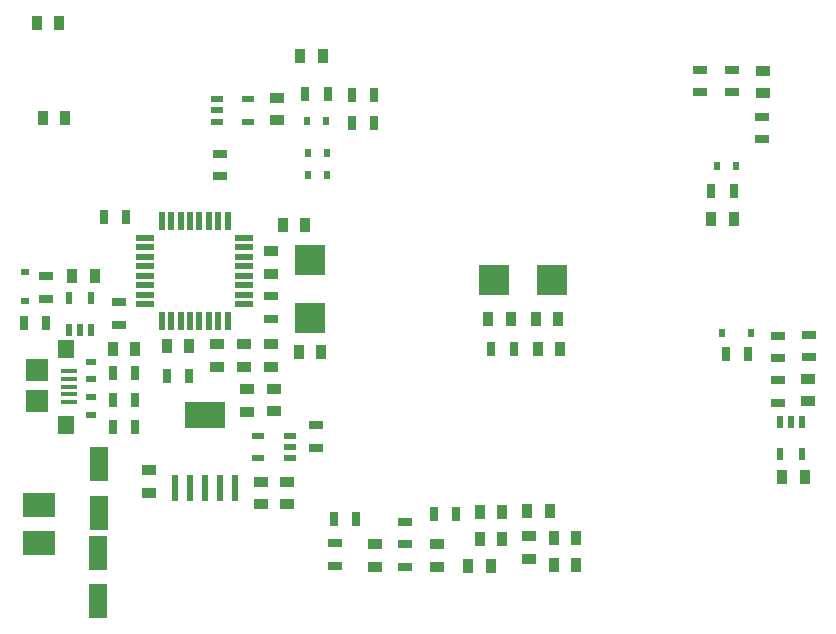
<source format=gtp>
G04*
G04 #@! TF.GenerationSoftware,Altium Limited,Altium Designer,20.1.7 (139)*
G04*
G04 Layer_Color=8421504*
%FSLAX44Y44*%
%MOMM*%
G71*
G04*
G04 #@! TF.SameCoordinates,E8198626-57D4-45C4-B418-2AD32184AFD2*
G04*
G04*
G04 #@! TF.FilePolarity,Positive*
G04*
G01*
G75*
%ADD16R,0.6000X0.7000*%
%ADD17R,0.5588X0.6858*%
%ADD18R,1.9000X1.9000*%
%ADD19R,1.4000X1.6000*%
%ADD20R,1.3500X0.4000*%
%ADD21R,0.6858X0.5588*%
%ADD22R,1.3000X0.7000*%
%ADD23R,1.3000X0.9000*%
%ADD24R,0.7000X1.3000*%
%ADD25R,1.0000X0.5500*%
%ADD26R,0.5500X1.5000*%
%ADD27R,0.9000X1.3000*%
%ADD28R,0.5500X1.0000*%
%ADD29R,1.5000X0.5500*%
%ADD30R,0.9000X0.6000*%
%ADD31R,3.5000X2.2000*%
%ADD32R,1.6000X3.0000*%
%ADD33R,0.6000X2.2000*%
%ADD34R,2.5000X2.6000*%
%ADD35R,2.6000X2.5000*%
%ADD36R,2.7000X2.0000*%
D16*
X596000Y389000D02*
D03*
X612000D02*
D03*
X265000Y427000D02*
D03*
X249000D02*
D03*
X250000Y400000D02*
D03*
X266000D02*
D03*
Y381000D02*
D03*
X250000D02*
D03*
D17*
X600808Y247500D02*
D03*
X625192D02*
D03*
D18*
X20500Y190000D02*
D03*
Y216000D02*
D03*
D19*
X45000Y170000D02*
D03*
Y234000D02*
D03*
D20*
X47250Y189000D02*
D03*
Y195500D02*
D03*
Y202000D02*
D03*
Y208500D02*
D03*
Y215000D02*
D03*
D21*
X10500Y274808D02*
D03*
Y299192D02*
D03*
D22*
X674000Y246000D02*
D03*
Y227000D02*
D03*
X273000Y69500D02*
D03*
X257000Y150500D02*
D03*
X634000Y430500D02*
D03*
X28500Y276500D02*
D03*
X257000Y169500D02*
D03*
X582000Y470500D02*
D03*
X609000D02*
D03*
X634000Y411500D02*
D03*
X648000Y245000D02*
D03*
Y188500D02*
D03*
X609000Y451500D02*
D03*
X582000D02*
D03*
X175000Y380500D02*
D03*
X90000Y273500D02*
D03*
X218440Y278740D02*
D03*
Y259740D02*
D03*
X332000Y87500D02*
D03*
Y68500D02*
D03*
D03*
X273000Y50500D02*
D03*
X648000Y226000D02*
D03*
X28500Y295500D02*
D03*
X648000Y207500D02*
D03*
X90000Y254500D02*
D03*
X175000Y399500D02*
D03*
X332000Y49500D02*
D03*
D23*
X673500Y190000D02*
D03*
Y209000D02*
D03*
X232000Y102500D02*
D03*
X635000Y469500D02*
D03*
X232000Y121500D02*
D03*
X307000Y68500D02*
D03*
X359000D02*
D03*
X224000Y446500D02*
D03*
X218440Y316840D02*
D03*
X195580Y219100D02*
D03*
X218440D02*
D03*
X172720D02*
D03*
X221000Y200500D02*
D03*
X115000Y131500D02*
D03*
X210000Y121500D02*
D03*
X635000Y450500D02*
D03*
X115000Y112500D02*
D03*
X172720Y238100D02*
D03*
X436880Y56540D02*
D03*
X198120Y181000D02*
D03*
X221000Y181500D02*
D03*
X224000Y427500D02*
D03*
X307000Y49500D02*
D03*
X436880Y75540D02*
D03*
X198120Y200000D02*
D03*
X218440Y297840D02*
D03*
X195580Y238100D02*
D03*
X218440D02*
D03*
X359000Y49500D02*
D03*
X210000Y102500D02*
D03*
D24*
X290500Y90000D02*
D03*
X271500D02*
D03*
X103480Y190500D02*
D03*
Y213360D02*
D03*
X356260Y93980D02*
D03*
X375260D02*
D03*
X103500Y168000D02*
D03*
X9500Y256000D02*
D03*
X287000Y425000D02*
D03*
Y449000D02*
D03*
X266500Y450000D02*
D03*
X610500Y368000D02*
D03*
X84500Y168000D02*
D03*
X84480Y190500D02*
D03*
Y213360D02*
D03*
X603500Y230000D02*
D03*
X405180Y233680D02*
D03*
X424180D02*
D03*
X77000Y346000D02*
D03*
X96000D02*
D03*
X28500Y256000D02*
D03*
X591500Y368000D02*
D03*
X247500Y450000D02*
D03*
X622500Y230000D02*
D03*
X306000Y425000D02*
D03*
Y449000D02*
D03*
X149200Y210820D02*
D03*
X130200D02*
D03*
D25*
X234500Y151000D02*
D03*
Y160500D02*
D03*
X172500Y436000D02*
D03*
Y426500D02*
D03*
X207500Y141500D02*
D03*
X199500Y445500D02*
D03*
X234500Y141500D02*
D03*
X172500Y445500D02*
D03*
X207500Y160500D02*
D03*
X199500Y426500D02*
D03*
D26*
X158000Y258000D02*
D03*
X166000D02*
D03*
X150000D02*
D03*
X182000Y342000D02*
D03*
X166000D02*
D03*
X174000D02*
D03*
X150000D02*
D03*
X134000D02*
D03*
X126000D02*
D03*
X174000Y258000D02*
D03*
X182000D02*
D03*
X142000D02*
D03*
X158000Y342000D02*
D03*
X142000D02*
D03*
X126000Y258000D02*
D03*
X134000D02*
D03*
D27*
X421640Y259080D02*
D03*
X444500Y233680D02*
D03*
X262500Y482000D02*
D03*
X610500Y344000D02*
D03*
X228500Y339000D02*
D03*
X461620Y259080D02*
D03*
X670500Y126000D02*
D03*
X454660Y96520D02*
D03*
X457860Y73660D02*
D03*
X395500Y96000D02*
D03*
X241960Y231140D02*
D03*
X404500Y50000D02*
D03*
X395500Y73000D02*
D03*
X50500Y295500D02*
D03*
X149200Y236220D02*
D03*
X103500Y234000D02*
D03*
X39500Y510000D02*
D03*
X44500Y430000D02*
D03*
X402640Y259080D02*
D03*
X442620D02*
D03*
X84500Y234000D02*
D03*
X247500Y339000D02*
D03*
X260960Y231140D02*
D03*
X435660Y96520D02*
D03*
X243500Y482000D02*
D03*
X385500Y50000D02*
D03*
X457860Y50800D02*
D03*
X591500Y344000D02*
D03*
X69500Y295500D02*
D03*
X651500Y126000D02*
D03*
X20500Y510000D02*
D03*
X25500Y430000D02*
D03*
X476860Y50800D02*
D03*
X463500Y233680D02*
D03*
X476860Y73660D02*
D03*
X414500Y96000D02*
D03*
Y73000D02*
D03*
X130200Y236220D02*
D03*
D28*
X668500Y172500D02*
D03*
X47500Y250500D02*
D03*
X668500Y145500D02*
D03*
X659000Y172500D02*
D03*
X649500D02*
D03*
X47500Y277500D02*
D03*
X57000Y250500D02*
D03*
X66500D02*
D03*
X649500Y145500D02*
D03*
X66500Y277500D02*
D03*
D29*
X196000Y288000D02*
D03*
Y328000D02*
D03*
X112000Y272000D02*
D03*
Y296000D02*
D03*
Y304000D02*
D03*
Y312000D02*
D03*
Y320000D02*
D03*
Y328000D02*
D03*
X196000Y280000D02*
D03*
Y272000D02*
D03*
Y296000D02*
D03*
X112000Y288000D02*
D03*
Y280000D02*
D03*
X196000Y304000D02*
D03*
Y312000D02*
D03*
Y320000D02*
D03*
D30*
X66040Y223280D02*
D03*
Y178040D02*
D03*
Y193040D02*
D03*
Y208280D02*
D03*
D31*
X163000Y178000D02*
D03*
D32*
X73000Y136500D02*
D03*
X72000Y20500D02*
D03*
Y61500D02*
D03*
X73000Y95500D02*
D03*
D33*
X163000Y116000D02*
D03*
X150300D02*
D03*
X137600D02*
D03*
X188400D02*
D03*
X175700D02*
D03*
D34*
X407300Y292100D02*
D03*
X456300D02*
D03*
D35*
X251460Y308980D02*
D03*
Y259980D02*
D03*
D36*
X22000Y70000D02*
D03*
Y102000D02*
D03*
M02*

</source>
